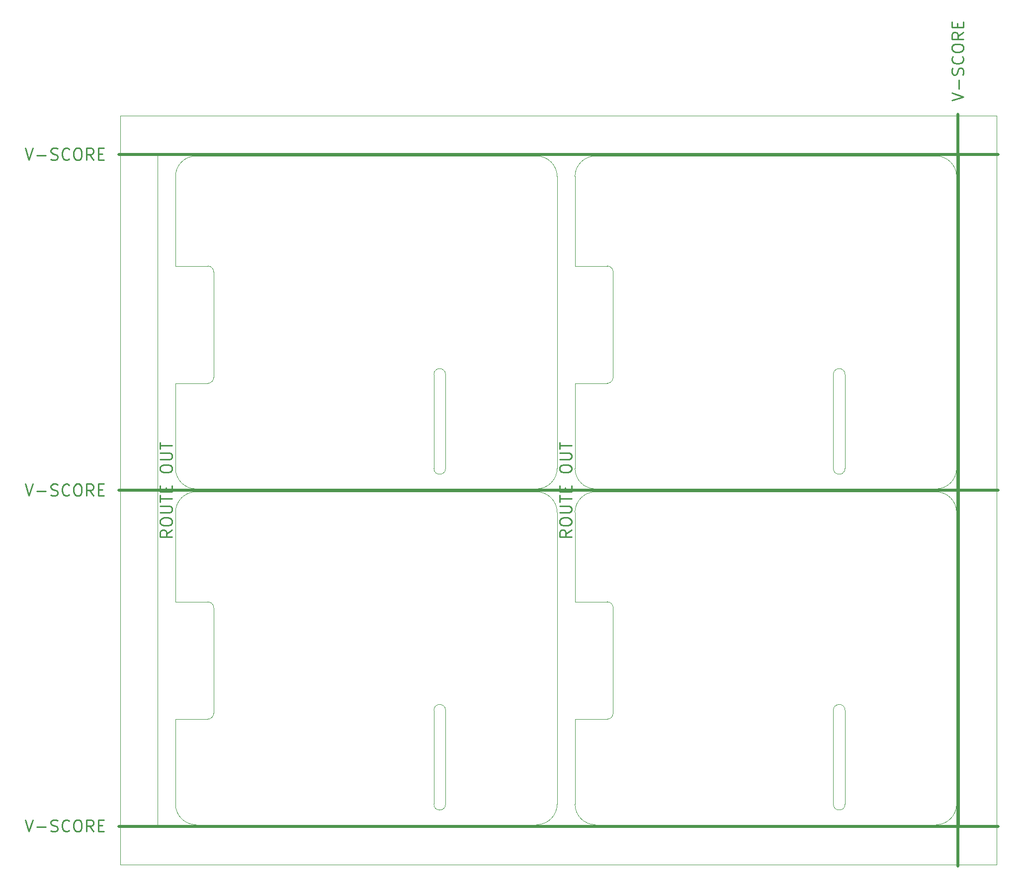
<source format=gko>
%TF.GenerationSoftware,KiCad,Pcbnew,8.0.7*%
%TF.CreationDate,2025-01-31T12:34:02+00:00*%
%TF.ProjectId,SparkFun_GNSS_pHAT_panelized,53706172-6b46-4756-9e5f-474e53535f70,v10*%
%TF.SameCoordinates,Original*%
%TF.FileFunction,Soldermask,Bot*%
%TF.FilePolarity,Negative*%
%FSLAX46Y46*%
G04 Gerber Fmt 4.6, Leading zero omitted, Abs format (unit mm)*
G04 Created by KiCad (PCBNEW 8.0.7) date 2025-01-31 12:34:02*
%MOMM*%
%LPD*%
G01*
G04 APERTURE LIST*
%TA.AperFunction,Profile*%
%ADD10C,0.100000*%
%TD*%
%ADD11C,0.500000*%
%ADD12C,0.250000*%
G04 APERTURE END LIST*
D10*
X5500000Y38000000D02*
G75*
G02*
X6500000Y37000000I0J-1000000D01*
G01*
X44000000Y76750000D02*
G75*
G02*
X46000000Y76750000I1000000J0D01*
G01*
X3500000Y0D02*
G75*
G02*
X0Y3500000I0J3500000D01*
G01*
X6500000Y94250000D02*
X6500000Y76250000D01*
X129540000Y56750000D02*
G75*
G02*
X133040000Y53250000I0J-3500000D01*
G01*
X0Y110500000D02*
G75*
G02*
X3500000Y114000000I3500000J0D01*
G01*
X0Y18000000D02*
X0Y3500000D01*
X-3040000Y-500000D02*
X-3040000Y114500000D01*
X139890000Y120850000D02*
X139890000Y-6850000D01*
X74540000Y76250000D02*
G75*
G02*
X73540000Y75250000I-1000000J0D01*
G01*
X46000000Y60750000D02*
X46000000Y76750000D01*
X139890000Y-6850000D02*
X-9390000Y-6850000D01*
X133040000Y3500000D02*
X133040000Y53250000D01*
X74540000Y37000000D02*
X74540000Y19000000D01*
X3500000Y0D02*
X61500000Y0D01*
X5500000Y95250000D02*
G75*
G02*
X6500000Y94250000I0J-1000000D01*
G01*
X68040000Y110500000D02*
G75*
G02*
X71540000Y114000000I3500000J0D01*
G01*
X0Y110500000D02*
X0Y95250000D01*
X3500000Y56750000D02*
X61500000Y56750000D01*
X5500000Y75250000D02*
X0Y75250000D01*
X114040000Y60750000D02*
G75*
G02*
X112040000Y60750000I-1000000J0D01*
G01*
X65000000Y3500000D02*
X65000000Y53250000D01*
X-9390000Y120850000D02*
X139890000Y120850000D01*
X65000000Y60750000D02*
X65000000Y110500000D01*
X0Y95250000D02*
X5500000Y95250000D01*
X68040000Y110500000D02*
X68040000Y95250000D01*
X61500000Y114000000D02*
G75*
G02*
X65000000Y110500000I0J-3500000D01*
G01*
X112040000Y60750000D02*
X112040000Y76750000D01*
X68040000Y53250000D02*
G75*
G02*
X71540000Y56750000I3500000J0D01*
G01*
X71540000Y0D02*
X129540000Y0D01*
X112040000Y19500000D02*
G75*
G02*
X114040000Y19500000I1000000J0D01*
G01*
X73540000Y95250000D02*
G75*
G02*
X74540000Y94250000I0J-1000000D01*
G01*
X71540000Y0D02*
G75*
G02*
X68040000Y3500000I0J3500000D01*
G01*
X74540000Y94250000D02*
X74540000Y76250000D01*
X68040000Y18000000D02*
X68040000Y3500000D01*
X74540000Y19000000D02*
G75*
G02*
X73540000Y18000000I-1000000J0D01*
G01*
X133540000Y-500000D02*
X-3040000Y-500000D01*
X46000000Y3500000D02*
X46000000Y19500000D01*
X133040000Y60750000D02*
X133040000Y110500000D01*
X44000000Y60750000D02*
X44000000Y76750000D01*
X6500000Y76250000D02*
G75*
G02*
X5500000Y75250000I-1000000J0D01*
G01*
X112040000Y3500000D02*
X112040000Y19500000D01*
X73540000Y38000000D02*
G75*
G02*
X74540000Y37000000I0J-1000000D01*
G01*
X68040000Y53250000D02*
X68040000Y38000000D01*
X114040000Y3500000D02*
G75*
G02*
X112040000Y3500000I-1000000J0D01*
G01*
X71540000Y56750000D02*
X129540000Y56750000D01*
X68040000Y75250000D02*
X68040000Y60750000D01*
X73540000Y75250000D02*
X68040000Y75250000D01*
X68040000Y38000000D02*
X73540000Y38000000D01*
X65000000Y60750000D02*
G75*
G02*
X61500000Y57250000I-3500000J0D01*
G01*
X73540000Y18000000D02*
X68040000Y18000000D01*
X133040000Y60750000D02*
G75*
G02*
X129540000Y57250000I-3500000J0D01*
G01*
X6500000Y37000000D02*
X6500000Y19000000D01*
X0Y53250000D02*
X0Y38000000D01*
X0Y53250000D02*
G75*
G02*
X3500000Y56750000I3500000J0D01*
G01*
X68040000Y95250000D02*
X73540000Y95250000D01*
X61500000Y56750000D02*
G75*
G02*
X65000000Y53250000I0J-3500000D01*
G01*
X129540000Y114000000D02*
G75*
G02*
X133040000Y110500000I0J-3500000D01*
G01*
X-3040000Y114500000D02*
X133540000Y114500000D01*
X0Y38000000D02*
X5500000Y38000000D01*
X65000000Y3500000D02*
G75*
G02*
X61500000Y0I-3500000J0D01*
G01*
X112040000Y76750000D02*
G75*
G02*
X114040000Y76750000I1000000J0D01*
G01*
X71540000Y57250000D02*
X129540000Y57250000D01*
X46000000Y3500000D02*
G75*
G02*
X44000000Y3500000I-1000000J0D01*
G01*
X44000000Y19500000D02*
G75*
G02*
X46000000Y19500000I1000000J0D01*
G01*
X114040000Y3500000D02*
X114040000Y19500000D01*
X3500000Y57250000D02*
X61500000Y57250000D01*
X133540000Y114500000D02*
X133540000Y-500000D01*
X0Y75250000D02*
X0Y60750000D01*
X-9390000Y-6850000D02*
X-9390000Y120850000D01*
X5500000Y18000000D02*
X0Y18000000D01*
X3500000Y57250000D02*
G75*
G02*
X0Y60750000I0J3500000D01*
G01*
X71540000Y114000000D02*
X129540000Y114000000D01*
X46000000Y60750000D02*
G75*
G02*
X44000000Y60750000I-1000000J0D01*
G01*
X3500000Y114000000D02*
X61500000Y114000000D01*
X114040000Y60750000D02*
X114040000Y76750000D01*
X6500000Y19000000D02*
G75*
G02*
X5500000Y18000000I-1000000J0D01*
G01*
X71540000Y57250000D02*
G75*
G02*
X68040000Y60750000I0J3500000D01*
G01*
X133040000Y3500000D02*
G75*
G02*
X129540000Y0I-3500000J0D01*
G01*
X44000000Y3500000D02*
X44000000Y19500000D01*
D11*
X-9640000Y-250000D02*
X140140000Y-250000D01*
X133290000Y121100000D02*
X133290000Y-7100000D01*
X-9640000Y114250000D02*
X140140000Y114250000D01*
X-9640000Y57000000D02*
X140140000Y57000000D01*
D12*
X-607762Y50238095D02*
X-1560143Y49571428D01*
X-607762Y49095238D02*
X-2607762Y49095238D01*
X-2607762Y49095238D02*
X-2607762Y49857143D01*
X-2607762Y49857143D02*
X-2512524Y50047619D01*
X-2512524Y50047619D02*
X-2417286Y50142857D01*
X-2417286Y50142857D02*
X-2226810Y50238095D01*
X-2226810Y50238095D02*
X-1941096Y50238095D01*
X-1941096Y50238095D02*
X-1750620Y50142857D01*
X-1750620Y50142857D02*
X-1655381Y50047619D01*
X-1655381Y50047619D02*
X-1560143Y49857143D01*
X-1560143Y49857143D02*
X-1560143Y49095238D01*
X-2607762Y51476190D02*
X-2607762Y51857143D01*
X-2607762Y51857143D02*
X-2512524Y52047619D01*
X-2512524Y52047619D02*
X-2322048Y52238095D01*
X-2322048Y52238095D02*
X-1941096Y52333333D01*
X-1941096Y52333333D02*
X-1274429Y52333333D01*
X-1274429Y52333333D02*
X-893477Y52238095D01*
X-893477Y52238095D02*
X-703000Y52047619D01*
X-703000Y52047619D02*
X-607762Y51857143D01*
X-607762Y51857143D02*
X-607762Y51476190D01*
X-607762Y51476190D02*
X-703000Y51285714D01*
X-703000Y51285714D02*
X-893477Y51095238D01*
X-893477Y51095238D02*
X-1274429Y51000000D01*
X-1274429Y51000000D02*
X-1941096Y51000000D01*
X-1941096Y51000000D02*
X-2322048Y51095238D01*
X-2322048Y51095238D02*
X-2512524Y51285714D01*
X-2512524Y51285714D02*
X-2607762Y51476190D01*
X-2607762Y53190476D02*
X-988715Y53190476D01*
X-988715Y53190476D02*
X-798239Y53285714D01*
X-798239Y53285714D02*
X-703000Y53380952D01*
X-703000Y53380952D02*
X-607762Y53571428D01*
X-607762Y53571428D02*
X-607762Y53952381D01*
X-607762Y53952381D02*
X-703000Y54142857D01*
X-703000Y54142857D02*
X-798239Y54238095D01*
X-798239Y54238095D02*
X-988715Y54333333D01*
X-988715Y54333333D02*
X-2607762Y54333333D01*
X-2607762Y55000000D02*
X-2607762Y56142857D01*
X-607762Y55571428D02*
X-2607762Y55571428D01*
X-1655381Y56809524D02*
X-1655381Y57476191D01*
X-607762Y57761905D02*
X-607762Y56809524D01*
X-607762Y56809524D02*
X-2607762Y56809524D01*
X-2607762Y56809524D02*
X-2607762Y57761905D01*
X-2607762Y60523810D02*
X-2607762Y60904763D01*
X-2607762Y60904763D02*
X-2512524Y61095239D01*
X-2512524Y61095239D02*
X-2322048Y61285715D01*
X-2322048Y61285715D02*
X-1941096Y61380953D01*
X-1941096Y61380953D02*
X-1274429Y61380953D01*
X-1274429Y61380953D02*
X-893477Y61285715D01*
X-893477Y61285715D02*
X-703000Y61095239D01*
X-703000Y61095239D02*
X-607762Y60904763D01*
X-607762Y60904763D02*
X-607762Y60523810D01*
X-607762Y60523810D02*
X-703000Y60333334D01*
X-703000Y60333334D02*
X-893477Y60142858D01*
X-893477Y60142858D02*
X-1274429Y60047620D01*
X-1274429Y60047620D02*
X-1941096Y60047620D01*
X-1941096Y60047620D02*
X-2322048Y60142858D01*
X-2322048Y60142858D02*
X-2512524Y60333334D01*
X-2512524Y60333334D02*
X-2607762Y60523810D01*
X-2607762Y62238096D02*
X-988715Y62238096D01*
X-988715Y62238096D02*
X-798239Y62333334D01*
X-798239Y62333334D02*
X-703000Y62428572D01*
X-703000Y62428572D02*
X-607762Y62619048D01*
X-607762Y62619048D02*
X-607762Y63000001D01*
X-607762Y63000001D02*
X-703000Y63190477D01*
X-703000Y63190477D02*
X-798239Y63285715D01*
X-798239Y63285715D02*
X-988715Y63380953D01*
X-988715Y63380953D02*
X-2607762Y63380953D01*
X-2607762Y64047620D02*
X-2607762Y65190477D01*
X-607762Y64619048D02*
X-2607762Y64619048D01*
X-25613997Y837762D02*
X-24947331Y-1162238D01*
X-24947331Y-1162238D02*
X-24280664Y837762D01*
X-23613997Y-400333D02*
X-22090187Y-400333D01*
X-21233045Y-1067000D02*
X-20947331Y-1162238D01*
X-20947331Y-1162238D02*
X-20471140Y-1162238D01*
X-20471140Y-1162238D02*
X-20280664Y-1067000D01*
X-20280664Y-1067000D02*
X-20185426Y-971761D01*
X-20185426Y-971761D02*
X-20090188Y-781285D01*
X-20090188Y-781285D02*
X-20090188Y-590809D01*
X-20090188Y-590809D02*
X-20185426Y-400333D01*
X-20185426Y-400333D02*
X-20280664Y-305095D01*
X-20280664Y-305095D02*
X-20471140Y-209857D01*
X-20471140Y-209857D02*
X-20852093Y-114619D01*
X-20852093Y-114619D02*
X-21042569Y-19380D01*
X-21042569Y-19380D02*
X-21137807Y75858D01*
X-21137807Y75858D02*
X-21233045Y266334D01*
X-21233045Y266334D02*
X-21233045Y456810D01*
X-21233045Y456810D02*
X-21137807Y647286D01*
X-21137807Y647286D02*
X-21042569Y742524D01*
X-21042569Y742524D02*
X-20852093Y837762D01*
X-20852093Y837762D02*
X-20375902Y837762D01*
X-20375902Y837762D02*
X-20090188Y742524D01*
X-18090188Y-971761D02*
X-18185426Y-1067000D01*
X-18185426Y-1067000D02*
X-18471140Y-1162238D01*
X-18471140Y-1162238D02*
X-18661616Y-1162238D01*
X-18661616Y-1162238D02*
X-18947331Y-1067000D01*
X-18947331Y-1067000D02*
X-19137807Y-876523D01*
X-19137807Y-876523D02*
X-19233045Y-686047D01*
X-19233045Y-686047D02*
X-19328283Y-305095D01*
X-19328283Y-305095D02*
X-19328283Y-19380D01*
X-19328283Y-19380D02*
X-19233045Y361572D01*
X-19233045Y361572D02*
X-19137807Y552048D01*
X-19137807Y552048D02*
X-18947331Y742524D01*
X-18947331Y742524D02*
X-18661616Y837762D01*
X-18661616Y837762D02*
X-18471140Y837762D01*
X-18471140Y837762D02*
X-18185426Y742524D01*
X-18185426Y742524D02*
X-18090188Y647286D01*
X-16852093Y837762D02*
X-16471140Y837762D01*
X-16471140Y837762D02*
X-16280664Y742524D01*
X-16280664Y742524D02*
X-16090188Y552048D01*
X-16090188Y552048D02*
X-15994950Y171096D01*
X-15994950Y171096D02*
X-15994950Y-495571D01*
X-15994950Y-495571D02*
X-16090188Y-876523D01*
X-16090188Y-876523D02*
X-16280664Y-1067000D01*
X-16280664Y-1067000D02*
X-16471140Y-1162238D01*
X-16471140Y-1162238D02*
X-16852093Y-1162238D01*
X-16852093Y-1162238D02*
X-17042569Y-1067000D01*
X-17042569Y-1067000D02*
X-17233045Y-876523D01*
X-17233045Y-876523D02*
X-17328283Y-495571D01*
X-17328283Y-495571D02*
X-17328283Y171096D01*
X-17328283Y171096D02*
X-17233045Y552048D01*
X-17233045Y552048D02*
X-17042569Y742524D01*
X-17042569Y742524D02*
X-16852093Y837762D01*
X-13994950Y-1162238D02*
X-14661617Y-209857D01*
X-15137807Y-1162238D02*
X-15137807Y837762D01*
X-15137807Y837762D02*
X-14375902Y837762D01*
X-14375902Y837762D02*
X-14185426Y742524D01*
X-14185426Y742524D02*
X-14090188Y647286D01*
X-14090188Y647286D02*
X-13994950Y456810D01*
X-13994950Y456810D02*
X-13994950Y171096D01*
X-13994950Y171096D02*
X-14090188Y-19380D01*
X-14090188Y-19380D02*
X-14185426Y-114619D01*
X-14185426Y-114619D02*
X-14375902Y-209857D01*
X-14375902Y-209857D02*
X-15137807Y-209857D01*
X-13137807Y-114619D02*
X-12471140Y-114619D01*
X-12185426Y-1162238D02*
X-13137807Y-1162238D01*
X-13137807Y-1162238D02*
X-13137807Y837762D01*
X-13137807Y837762D02*
X-12185426Y837762D01*
X67432238Y50238095D02*
X66479857Y49571428D01*
X67432238Y49095238D02*
X65432238Y49095238D01*
X65432238Y49095238D02*
X65432238Y49857143D01*
X65432238Y49857143D02*
X65527476Y50047619D01*
X65527476Y50047619D02*
X65622714Y50142857D01*
X65622714Y50142857D02*
X65813190Y50238095D01*
X65813190Y50238095D02*
X66098904Y50238095D01*
X66098904Y50238095D02*
X66289380Y50142857D01*
X66289380Y50142857D02*
X66384619Y50047619D01*
X66384619Y50047619D02*
X66479857Y49857143D01*
X66479857Y49857143D02*
X66479857Y49095238D01*
X65432238Y51476190D02*
X65432238Y51857143D01*
X65432238Y51857143D02*
X65527476Y52047619D01*
X65527476Y52047619D02*
X65717952Y52238095D01*
X65717952Y52238095D02*
X66098904Y52333333D01*
X66098904Y52333333D02*
X66765571Y52333333D01*
X66765571Y52333333D02*
X67146523Y52238095D01*
X67146523Y52238095D02*
X67337000Y52047619D01*
X67337000Y52047619D02*
X67432238Y51857143D01*
X67432238Y51857143D02*
X67432238Y51476190D01*
X67432238Y51476190D02*
X67337000Y51285714D01*
X67337000Y51285714D02*
X67146523Y51095238D01*
X67146523Y51095238D02*
X66765571Y51000000D01*
X66765571Y51000000D02*
X66098904Y51000000D01*
X66098904Y51000000D02*
X65717952Y51095238D01*
X65717952Y51095238D02*
X65527476Y51285714D01*
X65527476Y51285714D02*
X65432238Y51476190D01*
X65432238Y53190476D02*
X67051285Y53190476D01*
X67051285Y53190476D02*
X67241761Y53285714D01*
X67241761Y53285714D02*
X67337000Y53380952D01*
X67337000Y53380952D02*
X67432238Y53571428D01*
X67432238Y53571428D02*
X67432238Y53952381D01*
X67432238Y53952381D02*
X67337000Y54142857D01*
X67337000Y54142857D02*
X67241761Y54238095D01*
X67241761Y54238095D02*
X67051285Y54333333D01*
X67051285Y54333333D02*
X65432238Y54333333D01*
X65432238Y55000000D02*
X65432238Y56142857D01*
X67432238Y55571428D02*
X65432238Y55571428D01*
X66384619Y56809524D02*
X66384619Y57476191D01*
X67432238Y57761905D02*
X67432238Y56809524D01*
X67432238Y56809524D02*
X65432238Y56809524D01*
X65432238Y56809524D02*
X65432238Y57761905D01*
X65432238Y60523810D02*
X65432238Y60904763D01*
X65432238Y60904763D02*
X65527476Y61095239D01*
X65527476Y61095239D02*
X65717952Y61285715D01*
X65717952Y61285715D02*
X66098904Y61380953D01*
X66098904Y61380953D02*
X66765571Y61380953D01*
X66765571Y61380953D02*
X67146523Y61285715D01*
X67146523Y61285715D02*
X67337000Y61095239D01*
X67337000Y61095239D02*
X67432238Y60904763D01*
X67432238Y60904763D02*
X67432238Y60523810D01*
X67432238Y60523810D02*
X67337000Y60333334D01*
X67337000Y60333334D02*
X67146523Y60142858D01*
X67146523Y60142858D02*
X66765571Y60047620D01*
X66765571Y60047620D02*
X66098904Y60047620D01*
X66098904Y60047620D02*
X65717952Y60142858D01*
X65717952Y60142858D02*
X65527476Y60333334D01*
X65527476Y60333334D02*
X65432238Y60523810D01*
X65432238Y62238096D02*
X67051285Y62238096D01*
X67051285Y62238096D02*
X67241761Y62333334D01*
X67241761Y62333334D02*
X67337000Y62428572D01*
X67337000Y62428572D02*
X67432238Y62619048D01*
X67432238Y62619048D02*
X67432238Y63000001D01*
X67432238Y63000001D02*
X67337000Y63190477D01*
X67337000Y63190477D02*
X67241761Y63285715D01*
X67241761Y63285715D02*
X67051285Y63380953D01*
X67051285Y63380953D02*
X65432238Y63380953D01*
X65432238Y64047620D02*
X65432238Y65190477D01*
X67432238Y64619048D02*
X65432238Y64619048D01*
X132202238Y123454950D02*
X134202238Y124121616D01*
X134202238Y124121616D02*
X132202238Y124788282D01*
X133440333Y125454949D02*
X133440333Y126978759D01*
X134107000Y127835901D02*
X134202238Y128121615D01*
X134202238Y128121615D02*
X134202238Y128597806D01*
X134202238Y128597806D02*
X134107000Y128788282D01*
X134107000Y128788282D02*
X134011761Y128883520D01*
X134011761Y128883520D02*
X133821285Y128978758D01*
X133821285Y128978758D02*
X133630809Y128978758D01*
X133630809Y128978758D02*
X133440333Y128883520D01*
X133440333Y128883520D02*
X133345095Y128788282D01*
X133345095Y128788282D02*
X133249857Y128597806D01*
X133249857Y128597806D02*
X133154619Y128216853D01*
X133154619Y128216853D02*
X133059380Y128026377D01*
X133059380Y128026377D02*
X132964142Y127931139D01*
X132964142Y127931139D02*
X132773666Y127835901D01*
X132773666Y127835901D02*
X132583190Y127835901D01*
X132583190Y127835901D02*
X132392714Y127931139D01*
X132392714Y127931139D02*
X132297476Y128026377D01*
X132297476Y128026377D02*
X132202238Y128216853D01*
X132202238Y128216853D02*
X132202238Y128693044D01*
X132202238Y128693044D02*
X132297476Y128978758D01*
X134011761Y130978758D02*
X134107000Y130883520D01*
X134107000Y130883520D02*
X134202238Y130597806D01*
X134202238Y130597806D02*
X134202238Y130407330D01*
X134202238Y130407330D02*
X134107000Y130121615D01*
X134107000Y130121615D02*
X133916523Y129931139D01*
X133916523Y129931139D02*
X133726047Y129835901D01*
X133726047Y129835901D02*
X133345095Y129740663D01*
X133345095Y129740663D02*
X133059380Y129740663D01*
X133059380Y129740663D02*
X132678428Y129835901D01*
X132678428Y129835901D02*
X132487952Y129931139D01*
X132487952Y129931139D02*
X132297476Y130121615D01*
X132297476Y130121615D02*
X132202238Y130407330D01*
X132202238Y130407330D02*
X132202238Y130597806D01*
X132202238Y130597806D02*
X132297476Y130883520D01*
X132297476Y130883520D02*
X132392714Y130978758D01*
X132202238Y132216853D02*
X132202238Y132597806D01*
X132202238Y132597806D02*
X132297476Y132788282D01*
X132297476Y132788282D02*
X132487952Y132978758D01*
X132487952Y132978758D02*
X132868904Y133073996D01*
X132868904Y133073996D02*
X133535571Y133073996D01*
X133535571Y133073996D02*
X133916523Y132978758D01*
X133916523Y132978758D02*
X134107000Y132788282D01*
X134107000Y132788282D02*
X134202238Y132597806D01*
X134202238Y132597806D02*
X134202238Y132216853D01*
X134202238Y132216853D02*
X134107000Y132026377D01*
X134107000Y132026377D02*
X133916523Y131835901D01*
X133916523Y131835901D02*
X133535571Y131740663D01*
X133535571Y131740663D02*
X132868904Y131740663D01*
X132868904Y131740663D02*
X132487952Y131835901D01*
X132487952Y131835901D02*
X132297476Y132026377D01*
X132297476Y132026377D02*
X132202238Y132216853D01*
X134202238Y135073996D02*
X133249857Y134407329D01*
X134202238Y133931139D02*
X132202238Y133931139D01*
X132202238Y133931139D02*
X132202238Y134693044D01*
X132202238Y134693044D02*
X132297476Y134883520D01*
X132297476Y134883520D02*
X132392714Y134978758D01*
X132392714Y134978758D02*
X132583190Y135073996D01*
X132583190Y135073996D02*
X132868904Y135073996D01*
X132868904Y135073996D02*
X133059380Y134978758D01*
X133059380Y134978758D02*
X133154619Y134883520D01*
X133154619Y134883520D02*
X133249857Y134693044D01*
X133249857Y134693044D02*
X133249857Y133931139D01*
X133154619Y135931139D02*
X133154619Y136597806D01*
X134202238Y136883520D02*
X134202238Y135931139D01*
X134202238Y135931139D02*
X132202238Y135931139D01*
X132202238Y135931139D02*
X132202238Y136883520D01*
X-25613997Y58087762D02*
X-24947331Y56087762D01*
X-24947331Y56087762D02*
X-24280664Y58087762D01*
X-23613997Y56849667D02*
X-22090187Y56849667D01*
X-21233045Y56183000D02*
X-20947331Y56087762D01*
X-20947331Y56087762D02*
X-20471140Y56087762D01*
X-20471140Y56087762D02*
X-20280664Y56183000D01*
X-20280664Y56183000D02*
X-20185426Y56278239D01*
X-20185426Y56278239D02*
X-20090188Y56468715D01*
X-20090188Y56468715D02*
X-20090188Y56659191D01*
X-20090188Y56659191D02*
X-20185426Y56849667D01*
X-20185426Y56849667D02*
X-20280664Y56944905D01*
X-20280664Y56944905D02*
X-20471140Y57040143D01*
X-20471140Y57040143D02*
X-20852093Y57135381D01*
X-20852093Y57135381D02*
X-21042569Y57230620D01*
X-21042569Y57230620D02*
X-21137807Y57325858D01*
X-21137807Y57325858D02*
X-21233045Y57516334D01*
X-21233045Y57516334D02*
X-21233045Y57706810D01*
X-21233045Y57706810D02*
X-21137807Y57897286D01*
X-21137807Y57897286D02*
X-21042569Y57992524D01*
X-21042569Y57992524D02*
X-20852093Y58087762D01*
X-20852093Y58087762D02*
X-20375902Y58087762D01*
X-20375902Y58087762D02*
X-20090188Y57992524D01*
X-18090188Y56278239D02*
X-18185426Y56183000D01*
X-18185426Y56183000D02*
X-18471140Y56087762D01*
X-18471140Y56087762D02*
X-18661616Y56087762D01*
X-18661616Y56087762D02*
X-18947331Y56183000D01*
X-18947331Y56183000D02*
X-19137807Y56373477D01*
X-19137807Y56373477D02*
X-19233045Y56563953D01*
X-19233045Y56563953D02*
X-19328283Y56944905D01*
X-19328283Y56944905D02*
X-19328283Y57230620D01*
X-19328283Y57230620D02*
X-19233045Y57611572D01*
X-19233045Y57611572D02*
X-19137807Y57802048D01*
X-19137807Y57802048D02*
X-18947331Y57992524D01*
X-18947331Y57992524D02*
X-18661616Y58087762D01*
X-18661616Y58087762D02*
X-18471140Y58087762D01*
X-18471140Y58087762D02*
X-18185426Y57992524D01*
X-18185426Y57992524D02*
X-18090188Y57897286D01*
X-16852093Y58087762D02*
X-16471140Y58087762D01*
X-16471140Y58087762D02*
X-16280664Y57992524D01*
X-16280664Y57992524D02*
X-16090188Y57802048D01*
X-16090188Y57802048D02*
X-15994950Y57421096D01*
X-15994950Y57421096D02*
X-15994950Y56754429D01*
X-15994950Y56754429D02*
X-16090188Y56373477D01*
X-16090188Y56373477D02*
X-16280664Y56183000D01*
X-16280664Y56183000D02*
X-16471140Y56087762D01*
X-16471140Y56087762D02*
X-16852093Y56087762D01*
X-16852093Y56087762D02*
X-17042569Y56183000D01*
X-17042569Y56183000D02*
X-17233045Y56373477D01*
X-17233045Y56373477D02*
X-17328283Y56754429D01*
X-17328283Y56754429D02*
X-17328283Y57421096D01*
X-17328283Y57421096D02*
X-17233045Y57802048D01*
X-17233045Y57802048D02*
X-17042569Y57992524D01*
X-17042569Y57992524D02*
X-16852093Y58087762D01*
X-13994950Y56087762D02*
X-14661617Y57040143D01*
X-15137807Y56087762D02*
X-15137807Y58087762D01*
X-15137807Y58087762D02*
X-14375902Y58087762D01*
X-14375902Y58087762D02*
X-14185426Y57992524D01*
X-14185426Y57992524D02*
X-14090188Y57897286D01*
X-14090188Y57897286D02*
X-13994950Y57706810D01*
X-13994950Y57706810D02*
X-13994950Y57421096D01*
X-13994950Y57421096D02*
X-14090188Y57230620D01*
X-14090188Y57230620D02*
X-14185426Y57135381D01*
X-14185426Y57135381D02*
X-14375902Y57040143D01*
X-14375902Y57040143D02*
X-15137807Y57040143D01*
X-13137807Y57135381D02*
X-12471140Y57135381D01*
X-12185426Y56087762D02*
X-13137807Y56087762D01*
X-13137807Y56087762D02*
X-13137807Y58087762D01*
X-13137807Y58087762D02*
X-12185426Y58087762D01*
X-25613997Y115337762D02*
X-24947331Y113337762D01*
X-24947331Y113337762D02*
X-24280664Y115337762D01*
X-23613997Y114099667D02*
X-22090187Y114099667D01*
X-21233045Y113433000D02*
X-20947331Y113337762D01*
X-20947331Y113337762D02*
X-20471140Y113337762D01*
X-20471140Y113337762D02*
X-20280664Y113433000D01*
X-20280664Y113433000D02*
X-20185426Y113528239D01*
X-20185426Y113528239D02*
X-20090188Y113718715D01*
X-20090188Y113718715D02*
X-20090188Y113909191D01*
X-20090188Y113909191D02*
X-20185426Y114099667D01*
X-20185426Y114099667D02*
X-20280664Y114194905D01*
X-20280664Y114194905D02*
X-20471140Y114290143D01*
X-20471140Y114290143D02*
X-20852093Y114385381D01*
X-20852093Y114385381D02*
X-21042569Y114480620D01*
X-21042569Y114480620D02*
X-21137807Y114575858D01*
X-21137807Y114575858D02*
X-21233045Y114766334D01*
X-21233045Y114766334D02*
X-21233045Y114956810D01*
X-21233045Y114956810D02*
X-21137807Y115147286D01*
X-21137807Y115147286D02*
X-21042569Y115242524D01*
X-21042569Y115242524D02*
X-20852093Y115337762D01*
X-20852093Y115337762D02*
X-20375902Y115337762D01*
X-20375902Y115337762D02*
X-20090188Y115242524D01*
X-18090188Y113528239D02*
X-18185426Y113433000D01*
X-18185426Y113433000D02*
X-18471140Y113337762D01*
X-18471140Y113337762D02*
X-18661616Y113337762D01*
X-18661616Y113337762D02*
X-18947331Y113433000D01*
X-18947331Y113433000D02*
X-19137807Y113623477D01*
X-19137807Y113623477D02*
X-19233045Y113813953D01*
X-19233045Y113813953D02*
X-19328283Y114194905D01*
X-19328283Y114194905D02*
X-19328283Y114480620D01*
X-19328283Y114480620D02*
X-19233045Y114861572D01*
X-19233045Y114861572D02*
X-19137807Y115052048D01*
X-19137807Y115052048D02*
X-18947331Y115242524D01*
X-18947331Y115242524D02*
X-18661616Y115337762D01*
X-18661616Y115337762D02*
X-18471140Y115337762D01*
X-18471140Y115337762D02*
X-18185426Y115242524D01*
X-18185426Y115242524D02*
X-18090188Y115147286D01*
X-16852093Y115337762D02*
X-16471140Y115337762D01*
X-16471140Y115337762D02*
X-16280664Y115242524D01*
X-16280664Y115242524D02*
X-16090188Y115052048D01*
X-16090188Y115052048D02*
X-15994950Y114671096D01*
X-15994950Y114671096D02*
X-15994950Y114004429D01*
X-15994950Y114004429D02*
X-16090188Y113623477D01*
X-16090188Y113623477D02*
X-16280664Y113433000D01*
X-16280664Y113433000D02*
X-16471140Y113337762D01*
X-16471140Y113337762D02*
X-16852093Y113337762D01*
X-16852093Y113337762D02*
X-17042569Y113433000D01*
X-17042569Y113433000D02*
X-17233045Y113623477D01*
X-17233045Y113623477D02*
X-17328283Y114004429D01*
X-17328283Y114004429D02*
X-17328283Y114671096D01*
X-17328283Y114671096D02*
X-17233045Y115052048D01*
X-17233045Y115052048D02*
X-17042569Y115242524D01*
X-17042569Y115242524D02*
X-16852093Y115337762D01*
X-13994950Y113337762D02*
X-14661617Y114290143D01*
X-15137807Y113337762D02*
X-15137807Y115337762D01*
X-15137807Y115337762D02*
X-14375902Y115337762D01*
X-14375902Y115337762D02*
X-14185426Y115242524D01*
X-14185426Y115242524D02*
X-14090188Y115147286D01*
X-14090188Y115147286D02*
X-13994950Y114956810D01*
X-13994950Y114956810D02*
X-13994950Y114671096D01*
X-13994950Y114671096D02*
X-14090188Y114480620D01*
X-14090188Y114480620D02*
X-14185426Y114385381D01*
X-14185426Y114385381D02*
X-14375902Y114290143D01*
X-14375902Y114290143D02*
X-15137807Y114290143D01*
X-13137807Y114385381D02*
X-12471140Y114385381D01*
X-12185426Y113337762D02*
X-13137807Y113337762D01*
X-13137807Y113337762D02*
X-13137807Y115337762D01*
X-13137807Y115337762D02*
X-12185426Y115337762D01*
M02*

</source>
